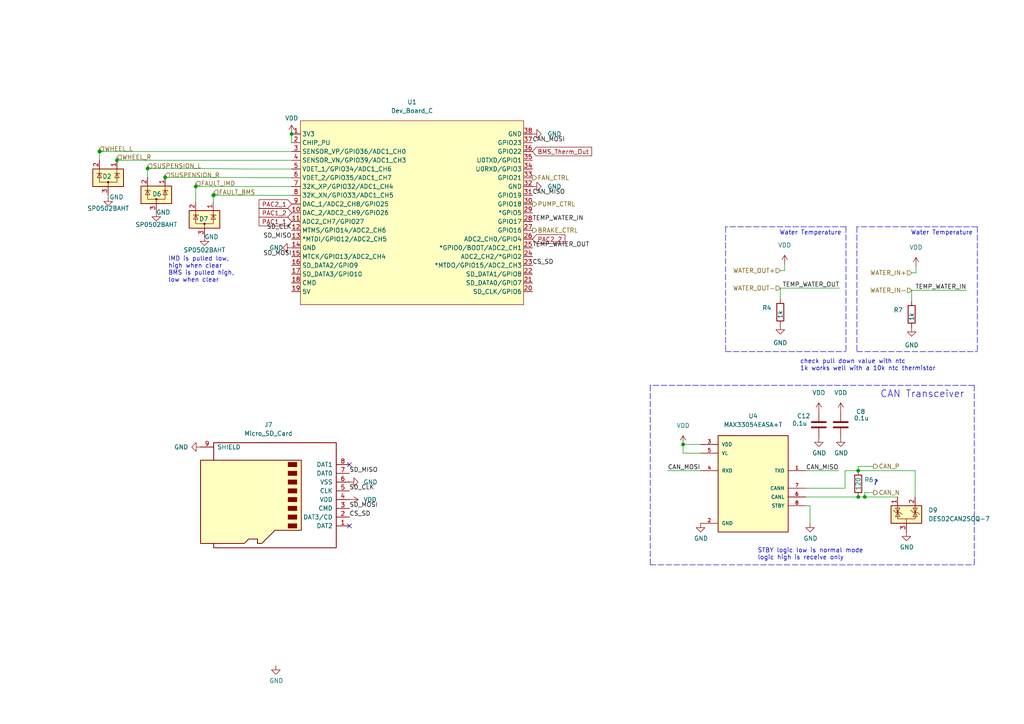
<source format=kicad_sch>
(kicad_sch (version 20211123) (generator eeschema)
  (paper "A4")
  (lib_symbols
    (symbol "AERO_Symbols:Dev_Board_C"
      (property "Reference" "U" (at 0 0 0))
      (property "Value" "Dev_Board_C" (at 0 0 0))
      (symbol "Dev_Board_C_0_0"
        (pin power_in line (at -36.83 -6.35 0) (length 2.54) (name "GND") (number "14"))
        (pin power_in line (at -36.83 -19.05 0) (length 2.54) (name "5V") (number "19"))
      )
      (symbol "Dev_Board_C_0_1"
        (rectangle (start -34.29 30.48) (end 30.48 -22.86) (fill (type background)))
      )
      (symbol "Dev_Board_C_1_1"
        (pin power_in line (at -36.83 26.67 0) (length 2.54) (name "3V3") (number "1"))
        (pin bidirectional line (at -36.83 3.81 0) (length 2.54) (name "DAC_2/ADC2_CH9/GPIO26") (number "10"))
        (pin bidirectional line (at -36.83 1.27 0) (length 2.54) (name "ADC2_CH7/GPIO27") (number "11"))
        (pin bidirectional line (at -36.83 -1.27 0) (length 2.54) (name "MTMS/GPIO14/ADC2_CH6") (number "12"))
        (pin bidirectional line (at -36.83 -3.81 0) (length 2.54) (name "*MTDI/GPIO12/ADC2_CH5") (number "13"))
        (pin bidirectional line (at -36.83 -8.89 0) (length 2.54) (name "MTCK/GPIO13/ADC2_CH4") (number "15"))
        (pin bidirectional line (at -36.83 -11.43 0) (length 2.54) (name "SD_DATA2/GPIO9") (number "16"))
        (pin bidirectional line (at -36.83 -13.97 0) (length 2.54) (name "SD_DATA3/GPIO10") (number "17"))
        (pin bidirectional line (at -36.83 -16.51 0) (length 2.54) (name "CMD") (number "18"))
        (pin input line (at -36.83 24.13 0) (length 2.54) (name "CHIP_PU") (number "2"))
        (pin bidirectional line (at 33.02 -19.05 180) (length 2.54) (name "SD_CLK/GPIO6") (number "20"))
        (pin bidirectional line (at 33.02 -16.51 180) (length 2.54) (name "SD_DATA0/GPIO7") (number "21"))
        (pin bidirectional line (at 33.02 -13.97 180) (length 2.54) (name "SD_DATA1/GPIO8") (number "22"))
        (pin bidirectional line (at 33.02 -11.43 180) (length 2.54) (name "*MTDO/GPIO15/ADC2_CH3") (number "23"))
        (pin bidirectional line (at 33.02 -8.89 180) (length 2.54) (name "ADC2_CH2/*GPIO2") (number "24"))
        (pin bidirectional line (at 33.02 -6.35 180) (length 2.54) (name "*GPIO0/BOOT/ADC2_CH1") (number "25"))
        (pin bidirectional line (at 33.02 -3.81 180) (length 2.54) (name "ADC2_CH0/GPIO4") (number "26"))
        (pin bidirectional line (at 33.02 -1.27 180) (length 2.54) (name "GPIO16") (number "27"))
        (pin bidirectional line (at 33.02 1.27 180) (length 2.54) (name "GPIO17") (number "28"))
        (pin bidirectional line (at 33.02 3.81 180) (length 2.54) (name "*GPIO5") (number "29"))
        (pin input line (at -36.83 21.59 0) (length 2.54) (name "SENSOR_VP/GPIO36/ADC1_CH0") (number "3"))
        (pin bidirectional line (at 33.02 6.35 180) (length 2.54) (name "GPIO18") (number "30"))
        (pin bidirectional line (at 33.02 8.89 180) (length 2.54) (name "GPIO19") (number "31"))
        (pin power_in line (at 33.02 11.43 180) (length 2.54) (name "GND") (number "32"))
        (pin bidirectional line (at 33.02 13.97 180) (length 2.54) (name "GPIO21") (number "33"))
        (pin bidirectional line (at 33.02 16.51 180) (length 2.54) (name "U0RXD/GPIO3") (number "34"))
        (pin bidirectional line (at 33.02 19.05 180) (length 2.54) (name "U0TXD/GPIO1") (number "35"))
        (pin bidirectional line (at 33.02 21.59 180) (length 2.54) (name "GPIO22") (number "36"))
        (pin bidirectional line (at 33.02 24.13 180) (length 2.54) (name "GPIO23") (number "37"))
        (pin power_in line (at 33.02 26.67 180) (length 2.54) (name "GND") (number "38"))
        (pin input line (at -36.83 19.05 0) (length 2.54) (name "SENSOR_VN/GPIO39/ADC1_CH3") (number "4"))
        (pin input line (at -36.83 16.51 0) (length 2.54) (name "VDET_1/GPIO34/ADC1_CH6") (number "5"))
        (pin input line (at -36.83 13.97 0) (length 2.54) (name "VDET_2/GPIO35/ADC1_CH7") (number "6"))
        (pin bidirectional line (at -36.83 11.43 0) (length 2.54) (name "32K_XP/GPIO32/ADC1_CH4") (number "7"))
        (pin bidirectional line (at -36.83 8.89 0) (length 2.54) (name "32K_XN/GPIO33/ADC1_CH5") (number "8"))
        (pin bidirectional line (at -36.83 6.35 0) (length 2.54) (name "DAC_1/ADC2_CH8/GPIO25") (number "9"))
      )
    )
    (symbol "AERO_Symbols:MAX33054EASA+T" (pin_names (offset 1.016))
      (property "Reference" "U" (at -10.16 13.6906 0))
      (property "Value" "MAX33054EASA+T" (at -10.16 -19.2278 0))
      (symbol "MAX33054EASA+T_0_0"
        (rectangle (start -10.16 -15.24) (end 10.16 12.7) (stroke (width 0.254)) (fill (type background)))
        (pin input line (at -15.24 2.54 0) (length 5.08) (name "TXD") (number "1"))
        (pin power_in line (at 15.24 -12.7 180) (length 5.08) (name "GND") (number "2"))
        (pin power_in line (at 15.24 10.16 180) (length 5.08) (name "VDD") (number "3"))
        (pin output line (at 15.24 2.54 180) (length 5.08) (name "RXD") (number "4"))
        (pin power_in line (at 15.24 7.62 180) (length 5.08) (name "VL") (number "5"))
        (pin input line (at -15.24 -5.08 0) (length 5.08) (name "CANL") (number "6"))
        (pin input line (at -15.24 -2.54 0) (length 5.08) (name "CANH") (number "7"))
        (pin input line (at -15.24 -7.62 0) (length 5.08) (name "STBY") (number "8"))
      )
    )
    (symbol "Connector:Micro_SD_Card" (pin_names (offset 1.016))
      (property "Reference" "J" (at -16.51 15.24 0))
      (property "Value" "Micro_SD_Card" (at 16.51 15.24 0))
      (symbol "Micro_SD_Card_0_1"
        (rectangle (start -7.62 -9.525) (end -5.08 -10.795) (fill (type outline)))
        (rectangle (start -7.62 -6.985) (end -5.08 -8.255) (fill (type outline)))
        (rectangle (start -7.62 -4.445) (end -5.08 -5.715) (fill (type outline)))
        (rectangle (start -7.62 -1.905) (end -5.08 -3.175) (fill (type outline)))
        (rectangle (start -7.62 0.635) (end -5.08 -0.635) (fill (type outline)))
        (rectangle (start -7.62 3.175) (end -5.08 1.905) (fill (type outline)))
        (rectangle (start -7.62 5.715) (end -5.08 4.445) (fill (type outline)))
        (rectangle (start -7.62 8.255) (end -5.08 6.985) (fill (type outline)))
        (polyline (pts (xy 16.51 12.7) (xy 16.51 13.97) (xy -19.05 13.97) (xy -19.05 -16.51) (xy 16.51 -16.51) (xy 16.51 -11.43)) (stroke (width 0.254)))
        (polyline (pts (xy -8.89 -11.43) (xy -8.89 8.89) (xy -1.27 8.89) (xy 2.54 12.7) (xy 3.81 12.7) (xy 3.81 11.43) (xy 6.35 11.43) (xy 7.62 12.7) (xy 20.32 12.7) (xy 20.32 -11.43) (xy -8.89 -11.43)) (stroke (width 0.254)) (fill (type background)))
      )
      (symbol "Micro_SD_Card_1_1"
        (pin bidirectional line (at -22.86 7.62 0) (length 3.81) (name "DAT2") (number "1"))
        (pin bidirectional line (at -22.86 5.08 0) (length 3.81) (name "DAT3/CD") (number "2"))
        (pin input line (at -22.86 2.54 0) (length 3.81) (name "CMD") (number "3"))
        (pin power_in line (at -22.86 0 0) (length 3.81) (name "VDD") (number "4"))
        (pin input line (at -22.86 -2.54 0) (length 3.81) (name "CLK") (number "5"))
        (pin power_in line (at -22.86 -5.08 0) (length 3.81) (name "VSS") (number "6"))
        (pin bidirectional line (at -22.86 -7.62 0) (length 3.81) (name "DAT0") (number "7"))
        (pin bidirectional line (at -22.86 -10.16 0) (length 3.81) (name "DAT1") (number "8"))
        (pin passive line (at 20.32 -15.24 180) (length 3.81) (name "SHIELD") (number "9"))
      )
    )
    (symbol "Device:C" (pin_numbers hide) (pin_names (offset 0.254))
      (property "Reference" "C" (at 0.635 2.54 0))
      (property "Value" "C" (at 0.635 -2.54 0))
      (symbol "C_0_1"
        (polyline (pts (xy -2.032 -0.762) (xy 2.032 -0.762)) (stroke (width 0.508)))
        (polyline (pts (xy -2.032 0.762) (xy 2.032 0.762)) (stroke (width 0.508)))
      )
      (symbol "C_1_1"
        (pin passive line (at 0 3.81 270) (length 2.794) (name "~") (number "1"))
        (pin passive line (at 0 -3.81 90) (length 2.794) (name "~") (number "2"))
      )
    )
    (symbol "Device:R" (pin_numbers hide) (pin_names (offset 0))
      (property "Reference" "R" (at 2.032 0 90))
      (property "Value" "R" (at 0 0 90))
      (symbol "R_0_1"
        (rectangle (start -1.016 -2.54) (end 1.016 2.54) (stroke (width 0.254)))
      )
      (symbol "R_1_1"
        (pin passive line (at 0 3.81 270) (length 1.27) (name "~") (number "1"))
        (pin passive line (at 0 -3.81 90) (length 1.27) (name "~") (number "2"))
      )
    )
    (symbol "Power_Protection:NUP2105L" (pin_names hide)
      (property "Reference" "D" (at 5.715 2.54 0))
      (property "Value" "NUP2105L" (at 5.715 0.635 0))
      (symbol "NUP2105L_0_0"
        (pin passive line (at 0 -5.08 90) (length 2.54) (name "A") (number "3"))
      )
      (symbol "NUP2105L_0_1"
        (rectangle (start -4.445 2.54) (end 4.445 -2.54) (stroke (width 0.254)) (fill (type background)))
        (polyline (pts (xy -2.54 2.54) (xy -2.54 0.635)))
        (polyline (pts (xy 0 -1.27) (xy 0 -2.54)))
        (polyline (pts (xy 2.54 2.54) (xy 2.54 0.635)))
        (polyline (pts (xy -3.81 1.27) (xy -3.175 0.635) (xy -1.905 0.635) (xy -1.27 0)))
        (polyline (pts (xy -2.54 0.635) (xy -2.54 -1.27) (xy 2.54 -1.27) (xy 2.54 0.635)))
        (polyline (pts (xy -2.54 0.635) (xy -1.905 -0.635) (xy -3.175 -0.635) (xy -2.54 0.635)))
        (polyline (pts (xy 2.54 0.635) (xy 1.905 -0.635) (xy 3.175 -0.635) (xy 2.54 0.635)))
        (polyline (pts (xy 2.54 0.635) (xy 3.175 1.905) (xy 1.905 1.905) (xy 2.54 0.635)))
        (polyline (pts (xy -2.54 0.635) (xy -3.175 1.905) (xy -1.905 1.905) (xy -2.54 0.635) (xy -2.54 1.27)))
        (polyline (pts (xy 1.27 1.27) (xy 1.905 0.635) (xy 2.54 0.635) (xy 3.175 0.635) (xy 3.81 0)))
      )
      (symbol "NUP2105L_1_1"
        (pin passive line (at -2.54 5.08 270) (length 2.54) (name "K") (number "1"))
        (pin passive line (at 2.54 5.08 270) (length 2.54) (name "K") (number "2"))
      )
    )
    (symbol "Power_Protection:SP0502BAHT" (pin_names hide)
      (property "Reference" "D" (at 5.715 2.54 0))
      (property "Value" "SP0502BAHT" (at 5.715 0.635 0))
      (symbol "SP0502BAHT_0_0"
        (pin passive line (at 0 -5.08 90) (length 2.54) (name "A") (number "3"))
      )
      (symbol "SP0502BAHT_0_1"
        (rectangle (start -4.445 2.54) (end 4.445 -2.54) (stroke (width 0.254)) (fill (type background)))
        (circle (center 0 -1.27) (radius 0.254) (fill (type outline)))
        (polyline (pts (xy -2.54 2.54) (xy -2.54 1.27)))
        (polyline (pts (xy 0 -1.27) (xy 0 -2.54)))
        (polyline (pts (xy 2.54 2.54) (xy 2.54 1.27)))
        (polyline (pts (xy -3.302 1.016) (xy -3.302 1.27) (xy -1.905 1.27) (xy -1.778 1.27)))
        (polyline (pts (xy -2.54 1.27) (xy -2.54 -1.27) (xy 2.54 -1.27) (xy 2.54 1.27)))
        (polyline (pts (xy -2.54 1.27) (xy -1.905 0) (xy -3.175 0) (xy -2.54 1.27)))
        (polyline (pts (xy 1.778 1.016) (xy 1.778 1.27) (xy 3.175 1.27) (xy 3.302 1.27)))
        (polyline (pts (xy 2.54 1.27) (xy 1.905 0) (xy 3.175 0) (xy 2.54 1.27)))
      )
      (symbol "SP0502BAHT_1_1"
        (pin passive line (at -2.54 5.08 270) (length 2.54) (name "K") (number "1"))
        (pin passive line (at 2.54 5.08 270) (length 2.54) (name "K") (number "2"))
      )
    )
    (symbol "power:GND" (power) (pin_names (offset 0))
      (property "Value" "GND" (at 0 -3.81 0))
      (symbol "GND_0_1"
        (polyline (pts (xy 0 0) (xy 0 -1.27) (xy 1.27 -1.27) (xy 0 -2.54) (xy -1.27 -1.27) (xy 0 -1.27)))
      )
      (symbol "GND_1_1"
        (pin power_in line (at 0 0 270) (length 0) hide (name "GND") (number "1"))
      )
    )
    (symbol "power:VDD" (power) (pin_names (offset 0))
      (property "Value" "VDD" (at 0 3.81 0))
      (symbol "VDD_0_1"
        (polyline (pts (xy -0.762 1.27) (xy 0 2.54)))
        (polyline (pts (xy 0 0) (xy 0 2.54)))
        (polyline (pts (xy 0 2.54) (xy 0.762 1.27)))
      )
      (symbol "VDD_1_1"
        (pin power_in line (at 0 0 90) (length 0) hide (name "VDD") (number "1"))
      )
    )
  )
  (junction (at 198.12 128.905))
  (junction (at 28.956 43.942))
  (junction (at 61.849 56.642))
  (junction (at 42.799 48.895))
  (junction (at 56.769 54.102))
  (junction (at 47.879 51.435))
  (junction (at 61.976 56.642))
  (junction (at 33.909 46.482))
  (junction (at 248.92 144.145))
  (junction (at 84.582 38.862))
  (junction (at 250.825 144.145))
  (junction (at 28.829 43.942))
  (junction (at 248.92 136.525))
  (no_connect (at 101.346 134.747))
  (no_connect (at 101.346 152.527))
  (wire (pts (xy 61.976 56.642) (xy 84.582 56.642)))
  (wire (pts (xy 203.2 131.445) (xy 198.12 131.445)))
  (polyline (pts (xy 282.575 111.76) (xy 188.595 111.76)))
  (wire (pts (xy 198.12 131.445) (xy 198.12 128.905)))
  (polyline (pts (xy 188.595 111.76) (xy 188.595 163.83)))
  (wire (pts (xy 47.879 50.8) (xy 47.879 51.435)))
  (polyline (pts (xy 283.464 65.786) (xy 283.464 101.981)))
  (polyline (pts (xy 283.464 65.786) (xy 248.539 65.786)))
  (wire (pts (xy 265.43 136.525) (xy 265.43 144.145)))
  (wire (pts (xy 56.769 53.213) (xy 56.769 54.102)))
  (wire (pts (xy 193.675 136.525) (xy 203.2 136.525)))
  (polyline (pts (xy 210.439 101.981) (xy 245.364 101.981)))
  (wire (pts (xy 253.365 142.875) (xy 250.825 142.875)))
  (wire (pts (xy 28.956 43.942) (xy 84.582 43.942)))
  (wire (pts (xy 33.909 45.593) (xy 33.909 46.482)))
  (wire (pts (xy 234.95 146.685) (xy 233.68 146.685)))
  (polyline (pts (xy 282.575 111.76) (xy 282.575 163.83)))
  (wire (pts (xy 243.205 136.525) (xy 233.68 136.525)))
  (wire (pts (xy 264.414 84.201) (xy 264.414 87.376)))
  (polyline (pts (xy 248.539 65.786) (xy 248.539 101.981)))
  (wire (pts (xy 84.582 49.022) (xy 71.755 49.022)))
  (wire (pts (xy 234.95 151.765) (xy 234.95 146.685)))
  (wire (pts (xy 42.799 48.133) (xy 42.799 48.895)))
  (wire (pts (xy 243.459 83.566) (xy 226.314 83.566)))
  (wire (pts (xy 250.825 142.875) (xy 250.825 144.145)))
  (wire (pts (xy 28.829 43.18) (xy 28.829 43.942)))
  (wire (pts (xy 265.684 77.216) (xy 265.684 79.121)))
  (wire (pts (xy 31.369 56.642) (xy 31.369 57.15)))
  (wire (pts (xy 227.584 78.486) (xy 226.314 78.486)))
  (polyline (pts (xy 248.539 101.981) (xy 283.464 101.981)))
  (wire (pts (xy 248.92 135.255) (xy 248.92 136.525)))
  (wire (pts (xy 28.829 43.942) (xy 28.956 43.942)))
  (wire (pts (xy 84.582 51.562) (xy 75.565 51.562)))
  (wire (pts (xy 61.976 55.753) (xy 61.976 56.642)))
  (wire (pts (xy 198.12 128.905) (xy 203.2 128.905)))
  (wire (pts (xy 250.825 144.145) (xy 260.35 144.145)))
  (wire (pts (xy 233.68 144.145) (xy 248.92 144.145)))
  (polyline (pts (xy 245.364 65.786) (xy 245.364 101.981)))
  (wire (pts (xy 28.829 43.942) (xy 28.829 46.482)))
  (wire (pts (xy 42.799 48.895) (xy 42.799 51.435)))
  (wire (pts (xy 63.119 51.435) (xy 47.879 51.435)))
  (wire (pts (xy 226.314 83.566) (xy 226.314 86.741)))
  (wire (pts (xy 245.11 141.605) (xy 245.11 136.525)))
  (wire (pts (xy 84.582 54.102) (xy 56.769 54.102)))
  (wire (pts (xy 265.684 79.121) (xy 264.414 79.121)))
  (wire (pts (xy 56.769 54.102) (xy 56.769 58.547)))
  (wire (pts (xy 227.584 76.581) (xy 227.584 78.486)))
  (wire (pts (xy 61.849 56.642) (xy 61.849 58.547)))
  (wire (pts (xy 71.755 49.022) (xy 59.309 48.895)))
  (wire (pts (xy 248.92 144.145) (xy 250.825 144.145)))
  (wire (pts (xy 61.849 56.642) (xy 61.976 56.642)))
  (wire (pts (xy 233.68 141.605) (xy 245.11 141.605)))
  (wire (pts (xy 75.565 51.562) (xy 63.119 51.435)))
  (polyline (pts (xy 245.364 65.786) (xy 210.439 65.786)))
  (wire (pts (xy 253.365 135.255) (xy 248.92 135.255)))
  (polyline (pts (xy 210.439 65.786) (xy 210.439 101.981)))
  (wire (pts (xy 245.11 136.525) (xy 248.92 136.525)))
  (wire (pts (xy 42.799 48.895) (xy 59.309 48.895)))
  (polyline (pts (xy 188.595 163.83) (xy 282.575 163.83)))
  (wire (pts (xy 248.92 136.525) (xy 265.43 136.525)))
  (wire (pts (xy 280.289 84.201) (xy 264.414 84.201)))
  (wire (pts (xy 33.909 46.482) (xy 84.582 46.482)))
  (wire (pts (xy 84.582 38.862) (xy 84.582 41.402)))
  (text "Water Temperature" (at 244.094 68.326 180) (effects (font (size 1.27 1.27)) (justify right bottom)))
  (text "check pull down value with ntc\n1k works well with a 10k ntc thermistor" (at 232.029 107.696 0) (effects (font (size 1.27 1.27)) (justify left bottom)))
  (text "Water Temperature" (at 282.194 68.326 180) (effects (font (size 1.27 1.27)) (justify right bottom)))
  (text "CAN Transceiver" (at 255.27 115.57 0) (effects (font (size 2.0066 2.0066)) (justify left bottom)))
  (text "IMD is pulled low, \nhigh when clear\nBMS is pulled high, \nlow when clear" (at 48.768 82.042 0) (effects (font (size 1.27 1.27)) (justify left bottom)))
  (text "?" (at 253.238 140.843 0) (effects (font (size 1.27 1.27) bold italic) (justify left bottom)))
  (text "STBY logic low is normal mode\nlogic high is receive only" (at 219.71 162.56 0) (effects (font (size 1.27 1.27)) (justify left bottom)))
  (label "SD_MISO" (at 84.582 69.342 180))
  (label "CAN_MISO" (at 243.205 136.525 180))
  (label "TEMP_WATER_OUT" (at 243.459 83.566 180))
  (label "TEMP_WATER_IN" (at 154.432 64.262 0))
  (label "CS_SD" (at 154.432 76.962 0))
  (label "CAN_MOSI" (at 154.432 41.402 0))
  (label "SD_MOSI" (at 84.582 74.422 180))
  (label "SD_CLK" (at 101.346 142.367 0))
  (label "CAN_MOSI" (at 193.675 136.525 0))
  (label "SD_CLK" (at 84.582 66.802 180))
  (label "TEMP_WATER_OUT" (at 154.432 71.882 0))
  (label "SD_MISO" (at 101.346 137.287 0))
  (label "CS_SD" (at 101.346 149.987 0))
  (label "TEMP_WATER_IN" (at 280.289 84.201 180))
  (label "CAN_MISO" (at 154.432 56.642 0))
  (label "SD_MOSI" (at 101.346 147.447 0))
  (global_label "PAC2_1" (shape input) (at 84.582 59.182 180) (property "Intersheet References" "${INTERSHEET_REFS}" (effects hide)))
  (global_label "PAC2_2" (shape input) (at 154.432 69.342 0) (property "Intersheet References" "${INTERSHEET_REFS}" (effects hide)))
  (global_label "PAC1_1" (shape input) (at 84.582 64.262 180) (property "Intersheet References" "${INTERSHEET_REFS}" (effects hide)))
  (global_label "PAC1_2" (shape input) (at 84.582 61.722 180) (property "Intersheet References" "${INTERSHEET_REFS}" (effects hide)))
  (global_label "BMS_Therm_Out" (shape input) (at 154.432 43.942 0) (property "Intersheet References" "${INTERSHEET_REFS}" (effects hide)))
  (hierarchical_label "WHEEL_L" (shape input) (at 28.829 43.18 0))
  (hierarchical_label "BRAKE_CTRL" (shape output) (at 154.432 66.802 0))
  (hierarchical_label "PUMP_CTRL" (shape output) (at 154.432 59.182 0))
  (hierarchical_label "WATER_OUT+" (shape input) (at 226.314 78.486 180))
  (hierarchical_label "CAN_N" (shape output) (at 253.365 142.875 0))
  (hierarchical_label "FAULT_BMS" (shape input) (at 61.976 55.753 0))
  (hierarchical_label "FAULT_IMD" (shape input) (at 56.769 53.213 0))
  (hierarchical_label "SUSPENSION_R" (shape input) (at 47.879 50.8 0))
  (hierarchical_label "WATER_IN+" (shape input) (at 264.414 79.121 180))
  (hierarchical_label "FAN_CTRL" (shape output) (at 154.432 51.562 0))
  (hierarchical_label "WATER_IN-" (shape input) (at 264.414 84.201 180))
  (hierarchical_label "SUSPENSION_L" (shape input) (at 42.799 48.133 0))
  (hierarchical_label "WHEEL_R" (shape input) (at 33.909 45.593 0))
  (hierarchical_label "WATER_OUT-" (shape input) (at 226.314 83.566 180))
  (hierarchical_label "CAN_P" (shape output) (at 253.365 135.255 0))
  (symbol (lib_id "power:GND") (at 80.01 193.04 0) (unit 1)
    (property "Reference" "#PWR0124" (effects hide))
    (property "Value" "GND" (at 80.137 197.4342 0))
  )
  (symbol (lib_id "Device:C") (at 237.49 123.19 0) (unit 1)
    (property "Reference" "C12" (at 231.14 120.65 0) (effects (justify left)))
    (property "Value" "0.1u" (at 229.743 122.809 0) (effects (justify left)))
    (property "Footprint" "Capacitor_SMD:C_0603_1608Metric_Pad1.08x0.95mm_HandSolder" (effects hide))
  )
  (symbol (lib_id "power:GND") (at 262.89 154.305 0) (unit 1)
    (property "Reference" "#PWR0129" (effects hide))
    (property "Value" "GND" (at 263.017 158.6992 0))
  )
  (symbol (lib_id "power:GND") (at 237.49 127 0) (unit 1)
    (property "Reference" "#PWR0130" (effects hide))
    (property "Value" "GND" (at 237.617 131.3942 0))
  )
  (symbol (lib_id "Device:R") (at 248.92 140.335 0) (unit 1)
    (property "Reference" "R6" (at 250.698 139.1666 0) (effects (justify left)))
    (property "Value" "120" (at 248.92 142.24 90) (effects (justify left)))
    (property "Footprint" "Resistor_SMD:R_0603_1608Metric_Pad0.98x0.95mm_HandSolder" (effects hide))
  )
  (symbol (lib_id "Device:R") (at 264.414 91.186 0) (mirror y) (unit 1)
    (property "Reference" "R7" (at 261.874 89.9159 0) (effects (justify left)))
    (property "Value" "1k" (at 264.414 93.091 90) (effects (justify left)))
    (property "Footprint" "Resistor_SMD:R_0603_1608Metric_Pad0.98x0.95mm_HandSolder" (effects hide))
  )
  (symbol (lib_id "AERO_Symbols:MAX33054EASA+T") (at 218.44 139.065 0) (mirror y) (unit 1)
    (property "Reference" "U4" (at 218.44 120.65 0))
    (property "Value" "MAX33054EASA+T" (at 218.44 123.19 0))
    (property "Footprint" "AERO_Footprints:SOIC127P600X175-8N" (effects hide))
    (property "PACKAGE" "SOIC-8 Maxim Integrated" (effects hide))
    (property "MF" "Maxim Integrated" (effects hide))
    (property "PRICE" "None" (effects hide))
    (property "MP" "MAX33054EASA+T" (effects hide))
    (property "DESCRIPTION" "IC TXRX CAN 3.3V 2MBPS 25KV 8SO" (effects hide))
    (property "AVAILABILITY" "Unavailable" (effects hide))
  )
  (symbol (lib_id "power:VDD") (at 265.684 77.216 0) (unit 1)
    (property "Reference" "#PWR0128" (effects hide))
    (property "Value" "VDD" (at 265.684 71.755 0))
  )
  (symbol (lib_id "power:GND") (at 203.2 151.765 0) (unit 1)
    (property "Reference" "#PWR0112" (effects hide))
    (property "Value" "GND" (at 203.327 156.1592 0))
  )
  (symbol (lib_id "Device:R") (at 226.314 90.551 0) (mirror y) (unit 1)
    (property "Reference" "R4" (at 223.774 89.2809 0) (effects (justify left)))
    (property "Value" "1k" (at 226.314 92.456 90) (effects (justify left)))
    (property "Footprint" "Resistor_SMD:R_0603_1608Metric_Pad0.98x0.95mm_HandSolder" (effects hide))
  )
  (symbol (lib_id "power:GND") (at 31.369 57.15 0) (mirror y) (unit 1)
    (property "Reference" "#PWR0133" (effects hide))
    (property "Value" "GND" (at 33.782 57.15 0))
  )
  (symbol (lib_id "power:GND") (at 84.582 71.882 270) (unit 1)
    (property "Reference" "#PWR0123" (effects hide))
    (property "Value" "GND" (at 78.105 71.882 90) (effects (justify left)))
  )
  (symbol (lib_id "power:GND") (at 45.339 61.595 0) (mirror y) (unit 1)
    (property "Reference" "#PWR0132" (effects hide))
    (property "Value" "GND" (at 47.371 61.595 0))
  )
  (symbol (lib_id "power:VDD") (at 101.346 144.907 270) (unit 1)
    (property "Reference" "#PWR0142" (effects hide))
    (property "Value" "VDD" (at 105.41 144.9069 90) (effects (justify left)))
  )
  (symbol (lib_id "power:GND") (at 226.314 94.361 0) (mirror y) (unit 1)
    (property "Reference" "#PWR0143" (effects hide))
    (property "Value" "GND" (at 226.314 99.441 0))
  )
  (symbol (lib_id "Power_Protection:SP0502BAHT") (at 45.339 56.515 0) (mirror y) (unit 1)
    (property "Reference" "D6" (at 46.863 56.261 0) (effects (justify left)))
    (property "Value" "SP0502BAHT" (at 51.435 65.151 0) (effects (justify left)))
    (property "Footprint" "Package_TO_SOT_SMD:SOT-23" (effects hide))
    (property "Datasheet" "http://www.littelfuse.com/~/media/files/littelfuse/technical%20resources/documents/data%20sheets/sp05xxba.pdf" (effects hide))
  )
  (symbol (lib_id "power:GND") (at 154.432 38.862 90) (unit 1)
    (property "Reference" "#PWR0114" (effects hide))
    (property "Value" "GND" (at 158.75 38.8619 90) (effects (justify right)))
  )
  (symbol (lib_id "power:GND") (at 59.309 68.707 0) (unit 1)
    (property "Reference" "#PWR0134" (effects hide))
    (property "Value" "GND" (at 61.341 68.707 0))
  )
  (symbol (lib_id "power:VDD") (at 237.49 119.38 0) (unit 1)
    (property "Reference" "#PWR0127" (effects hide))
    (property "Value" "VDD" (at 237.49 113.919 0))
  )
  (symbol (lib_id "power:GND") (at 58.166 129.667 270) (unit 1)
    (property "Reference" "#PWR0144" (effects hide))
    (property "Value" "GND" (at 54.61 129.6669 90) (effects (justify right)))
  )
  (symbol (lib_id "Power_Protection:SP0502BAHT") (at 59.309 63.627 0) (mirror y) (unit 1)
    (property "Reference" "D7" (at 60.452 63.5 0) (effects (justify left)))
    (property "Value" "SP0502BAHT" (at 65.405 72.517 0) (effects (justify left)))
    (property "Footprint" "Package_TO_SOT_SMD:SOT-23" (effects hide))
    (property "Datasheet" "http://www.littelfuse.com/~/media/files/littelfuse/technical%20resources/documents/data%20sheets/sp05xxba.pdf" (effects hide))
  )
  (symbol (lib_id "power:GND") (at 234.95 151.765 0) (unit 1)
    (property "Reference" "#PWR0113" (effects hide))
    (property "Value" "GND" (at 235.077 156.1592 0))
  )
  (symbol (lib_id "power:VDD") (at 243.84 119.38 0) (unit 1)
    (property "Reference" "#PWR0126" (effects hide))
    (property "Value" "VDD" (at 243.84 113.919 0))
  )
  (symbol (lib_id "Connector:Micro_SD_Card") (at 78.486 144.907 180) (unit 1)
    (property "Reference" "J7" (at 77.851 123.19 0))
    (property "Value" "Micro_SD_Card" (at 77.851 125.73 0))
    (property "Footprint" "Connector_Card:microSD_HC_Wuerth_693072010801" (effects hide))
    (property "Datasheet" "http://katalog.we-online.de/em/datasheet/693072010801.pdf" (effects hide))
  )
  (symbol (lib_id "power:VDD") (at 198.12 128.905 0) (unit 1)
    (property "Reference" "#PWR0125" (effects hide))
    (property "Value" "VDD" (at 198.12 123.444 0))
  )
  (symbol (lib_id "Device:C") (at 243.84 123.19 0) (unit 1)
    (property "Reference" "C8" (at 248.285 119.38 0) (effects (justify left)))
    (property "Value" "0.1u" (at 247.65 121.285 0) (effects (justify left)))
    (property "Footprint" "Capacitor_SMD:C_0603_1608Metric_Pad1.08x0.95mm_HandSolder" (effects hide))
  )
  (symbol (lib_id "power:GND") (at 264.414 94.996 0) (mirror y) (unit 1)
    (property "Reference" "#PWR0139" (effects hide))
    (property "Value" "GND" (at 264.414 100.076 0))
  )
  (symbol (lib_id "Power_Protection:NUP2105L") (at 262.89 149.225 0) (unit 1)
    (property "Reference" "D9" (at 269.24 147.9549 0) (effects (justify left)))
    (property "Value" "DESD2CAN2SOQ-7" (at 269.24 150.4949 0) (effects (justify left)))
    (property "Footprint" "Package_TO_SOT_SMD:SOT-23" (effects hide))
    (property "Datasheet" "http://www.onsemi.com/pub_link/Collateral/NUP2105L-D.PDF" (effects hide))
  )
  (symbol (lib_id "power:GND") (at 243.84 127 0) (unit 1)
    (property "Reference" "#PWR0117" (effects hide))
    (property "Value" "GND" (at 243.967 131.3942 0))
  )
  (symbol (lib_id "power:GND") (at 154.432 54.102 90) (unit 1)
    (property "Reference" "#PWR0111" (effects hide))
    (property "Value" "GND" (at 158.75 54.1019 90) (effects (justify right)))
  )
  (symbol (lib_id "power:VDD") (at 227.584 76.581 0) (unit 1)
    (property "Reference" "#PWR0131" (effects hide))
    (property "Value" "VDD" (at 227.584 71.12 0))
  )
  (symbol (lib_id "power:VDD") (at 84.582 38.862 0) (unit 1)
    (property "Reference" "#PWR0122" (effects hide))
    (property "Value" "VDD" (at 84.582 34.29 0))
  )
  (symbol (lib_id "power:GND") (at 101.346 139.827 90) (unit 1)
    (property "Reference" "#PWR0154" (effects hide))
    (property "Value" "GND" (at 105.41 139.8269 90) (effects (justify right)))
  )
  (symbol (lib_id "Power_Protection:SP0502BAHT") (at 31.369 51.562 0) (mirror y) (unit 1)
    (property "Reference" "D2" (at 32.385 51.181 0) (effects (justify left)))
    (property "Value" "SP0502BAHT" (at 37.465 60.452 0) (effects (justify left)))
    (property "Footprint" "Package_TO_SOT_SMD:SOT-23" (effects hide))
    (property "Datasheet" "http://www.littelfuse.com/~/media/files/littelfuse/technical%20resources/documents/data%20sheets/sp05xxba.pdf" (effects hide))
  )
  (symbol (lib_id "AERO_Symbols:Dev_Board_C") (at 121.412 65.532 0) (unit 1)
    (property "Reference" "U1" (at 119.507 29.591 0))
    (property "Value" "Dev_Board_C" (at 119.507 32.131 0))
    (property "Footprint" "esp32:ESP32-DevKitC" (effects hide))
  )
)
</source>
